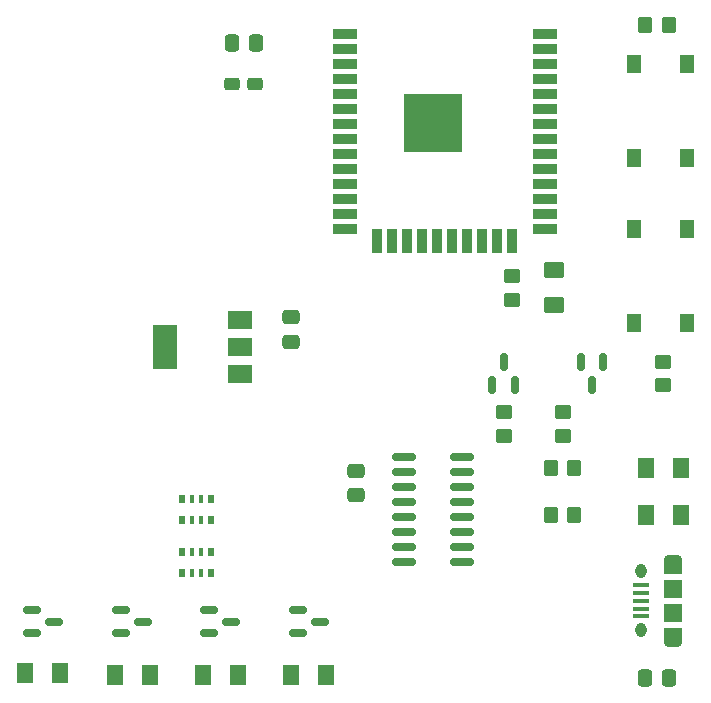
<source format=gtp>
G04 #@! TF.GenerationSoftware,KiCad,Pcbnew,(6.0.5)*
G04 #@! TF.CreationDate,2022-09-29T16:52:03+02:00*
G04 #@! TF.ProjectId,target,74617267-6574-42e6-9b69-6361645f7063,rev?*
G04 #@! TF.SameCoordinates,Original*
G04 #@! TF.FileFunction,Paste,Top*
G04 #@! TF.FilePolarity,Positive*
%FSLAX46Y46*%
G04 Gerber Fmt 4.6, Leading zero omitted, Abs format (unit mm)*
G04 Created by KiCad (PCBNEW (6.0.5)) date 2022-09-29 16:52:03*
%MOMM*%
%LPD*%
G01*
G04 APERTURE LIST*
G04 Aperture macros list*
%AMRoundRect*
0 Rectangle with rounded corners*
0 $1 Rounding radius*
0 $2 $3 $4 $5 $6 $7 $8 $9 X,Y pos of 4 corners*
0 Add a 4 corners polygon primitive as box body*
4,1,4,$2,$3,$4,$5,$6,$7,$8,$9,$2,$3,0*
0 Add four circle primitives for the rounded corners*
1,1,$1+$1,$2,$3*
1,1,$1+$1,$4,$5*
1,1,$1+$1,$6,$7*
1,1,$1+$1,$8,$9*
0 Add four rect primitives between the rounded corners*
20,1,$1+$1,$2,$3,$4,$5,0*
20,1,$1+$1,$4,$5,$6,$7,0*
20,1,$1+$1,$6,$7,$8,$9,0*
20,1,$1+$1,$8,$9,$2,$3,0*%
G04 Aperture macros list end*
%ADD10R,1.300000X1.550000*%
%ADD11RoundRect,0.250000X0.450000X-0.350000X0.450000X0.350000X-0.450000X0.350000X-0.450000X-0.350000X0*%
%ADD12RoundRect,0.250000X-0.350000X-0.450000X0.350000X-0.450000X0.350000X0.450000X-0.350000X0.450000X0*%
%ADD13RoundRect,0.250001X-0.462499X-0.624999X0.462499X-0.624999X0.462499X0.624999X-0.462499X0.624999X0*%
%ADD14R,0.500000X0.800000*%
%ADD15R,0.400000X0.800000*%
%ADD16RoundRect,0.250000X-0.450000X0.350000X-0.450000X-0.350000X0.450000X-0.350000X0.450000X0.350000X0*%
%ADD17RoundRect,0.150000X-0.825000X-0.150000X0.825000X-0.150000X0.825000X0.150000X-0.825000X0.150000X0*%
%ADD18RoundRect,0.250000X0.475000X-0.337500X0.475000X0.337500X-0.475000X0.337500X-0.475000X-0.337500X0*%
%ADD19RoundRect,0.150000X0.150000X-0.587500X0.150000X0.587500X-0.150000X0.587500X-0.150000X-0.587500X0*%
%ADD20RoundRect,0.250000X0.337500X0.475000X-0.337500X0.475000X-0.337500X-0.475000X0.337500X-0.475000X0*%
%ADD21RoundRect,0.250001X-0.624999X0.462499X-0.624999X-0.462499X0.624999X-0.462499X0.624999X0.462499X0*%
%ADD22RoundRect,0.150000X-0.587500X-0.150000X0.587500X-0.150000X0.587500X0.150000X-0.587500X0.150000X0*%
%ADD23RoundRect,0.250000X0.400000X0.275000X-0.400000X0.275000X-0.400000X-0.275000X0.400000X-0.275000X0*%
%ADD24RoundRect,0.250001X0.462499X0.624999X-0.462499X0.624999X-0.462499X-0.624999X0.462499X-0.624999X0*%
%ADD25RoundRect,0.150000X-0.150000X0.587500X-0.150000X-0.587500X0.150000X-0.587500X0.150000X0.587500X0*%
%ADD26RoundRect,0.250000X-0.475000X0.337500X-0.475000X-0.337500X0.475000X-0.337500X0.475000X0.337500X0*%
%ADD27R,2.000000X1.500000*%
%ADD28R,2.000000X3.800000*%
%ADD29O,0.950000X1.250000*%
%ADD30O,1.550000X0.890000*%
%ADD31R,1.350000X0.400000*%
%ADD32R,1.550000X1.500000*%
%ADD33R,1.550000X1.200000*%
%ADD34RoundRect,0.250000X-0.337500X-0.475000X0.337500X-0.475000X0.337500X0.475000X-0.337500X0.475000X0*%
%ADD35R,2.000000X0.900000*%
%ADD36R,0.900000X2.000000*%
%ADD37R,5.000000X5.000000*%
G04 APERTURE END LIST*
D10*
X256000000Y-87225000D03*
X256000000Y-79275000D03*
X260500000Y-79275000D03*
X260500000Y-87225000D03*
D11*
X245000000Y-96750000D03*
X245000000Y-94750000D03*
D12*
X249000000Y-99500000D03*
X251000000Y-99500000D03*
D13*
X227012500Y-117000000D03*
X229987500Y-117000000D03*
D14*
X217800000Y-108400000D03*
D15*
X218600000Y-108400000D03*
X219400000Y-108400000D03*
D14*
X220200000Y-108400000D03*
X220200000Y-106600000D03*
D15*
X219400000Y-106600000D03*
X218600000Y-106600000D03*
D14*
X217800000Y-106600000D03*
D16*
X245750000Y-83250000D03*
X245750000Y-85250000D03*
X250000000Y-94750000D03*
X250000000Y-96750000D03*
D13*
X212126500Y-117000000D03*
X215101500Y-117000000D03*
D17*
X236525000Y-98555000D03*
X236525000Y-99825000D03*
X236525000Y-101095000D03*
X236525000Y-102365000D03*
X236525000Y-103635000D03*
X236525000Y-104905000D03*
X236525000Y-106175000D03*
X236525000Y-107445000D03*
X241475000Y-107445000D03*
X241475000Y-106175000D03*
X241475000Y-104905000D03*
X241475000Y-103635000D03*
X241475000Y-102365000D03*
X241475000Y-101095000D03*
X241475000Y-99825000D03*
X241475000Y-98555000D03*
D12*
X249000000Y-103500000D03*
X251000000Y-103500000D03*
D18*
X227000000Y-88787500D03*
X227000000Y-86712500D03*
D12*
X257000000Y-62000000D03*
X259000000Y-62000000D03*
D19*
X244050000Y-92437500D03*
X245950000Y-92437500D03*
X245000000Y-90562500D03*
D20*
X259037500Y-117250000D03*
X256962500Y-117250000D03*
D21*
X249250000Y-82762500D03*
X249250000Y-85737500D03*
D22*
X205062500Y-111550000D03*
X205062500Y-113450000D03*
X206937500Y-112500000D03*
D23*
X223975000Y-67000000D03*
X222025000Y-67000000D03*
D24*
X259987500Y-103500000D03*
X257012500Y-103500000D03*
D22*
X220062500Y-111550000D03*
X220062500Y-113450000D03*
X221937500Y-112500000D03*
D25*
X253450000Y-90562500D03*
X251550000Y-90562500D03*
X252500000Y-92437500D03*
D22*
X227562500Y-111550000D03*
X227562500Y-113450000D03*
X229437500Y-112500000D03*
D26*
X232500000Y-99712500D03*
X232500000Y-101787500D03*
D27*
X222650000Y-91550000D03*
X222650000Y-89250000D03*
X222650000Y-86950000D03*
D28*
X216350000Y-89250000D03*
D22*
X212562500Y-111550000D03*
X212562500Y-113450000D03*
X214437500Y-112500000D03*
D13*
X204506500Y-116840000D03*
X207481500Y-116840000D03*
D29*
X256664000Y-108244000D03*
X256664000Y-113244000D03*
D30*
X259364000Y-107244000D03*
X259364000Y-114244000D03*
D31*
X256664000Y-112044000D03*
X256664000Y-111394000D03*
X256664000Y-110744000D03*
X256664000Y-110094000D03*
X256664000Y-109444000D03*
D32*
X259364000Y-109744000D03*
D33*
X259364000Y-107844000D03*
X259364000Y-113644000D03*
D32*
X259364000Y-111744000D03*
D34*
X221962500Y-63500000D03*
X224037500Y-63500000D03*
D14*
X217800000Y-103900000D03*
D15*
X218600000Y-103900000D03*
X219400000Y-103900000D03*
D14*
X220200000Y-103900000D03*
X220200000Y-102100000D03*
D15*
X219400000Y-102100000D03*
X218600000Y-102100000D03*
D14*
X217800000Y-102100000D03*
D11*
X258500000Y-92500000D03*
X258500000Y-90500000D03*
D10*
X256000000Y-73225000D03*
X256000000Y-65275000D03*
X260500000Y-73225000D03*
X260500000Y-65275000D03*
D35*
X231530000Y-62781000D03*
X231530000Y-64051000D03*
X231530000Y-65321000D03*
X231530000Y-66591000D03*
X231530000Y-67861000D03*
X231530000Y-69131000D03*
X231530000Y-70401000D03*
X231530000Y-71671000D03*
X231530000Y-72941000D03*
X231530000Y-74211000D03*
X231530000Y-75481000D03*
X231530000Y-76751000D03*
X231530000Y-78021000D03*
X231530000Y-79291000D03*
D36*
X234315000Y-80291000D03*
X235585000Y-80291000D03*
X236855000Y-80291000D03*
X238125000Y-80291000D03*
X239395000Y-80291000D03*
X240665000Y-80291000D03*
X241935000Y-80291000D03*
X243205000Y-80291000D03*
X244475000Y-80291000D03*
X245745000Y-80291000D03*
D35*
X248530000Y-79291000D03*
X248530000Y-78021000D03*
X248530000Y-76751000D03*
X248530000Y-75481000D03*
X248530000Y-74211000D03*
X248530000Y-72941000D03*
X248530000Y-71671000D03*
X248530000Y-70401000D03*
X248530000Y-69131000D03*
X248530000Y-67861000D03*
X248530000Y-66591000D03*
X248530000Y-65321000D03*
X248530000Y-64051000D03*
X248530000Y-62781000D03*
D37*
X239030000Y-70281000D03*
D24*
X259987500Y-99500000D03*
X257012500Y-99500000D03*
D13*
X219512500Y-117000000D03*
X222487500Y-117000000D03*
M02*

</source>
